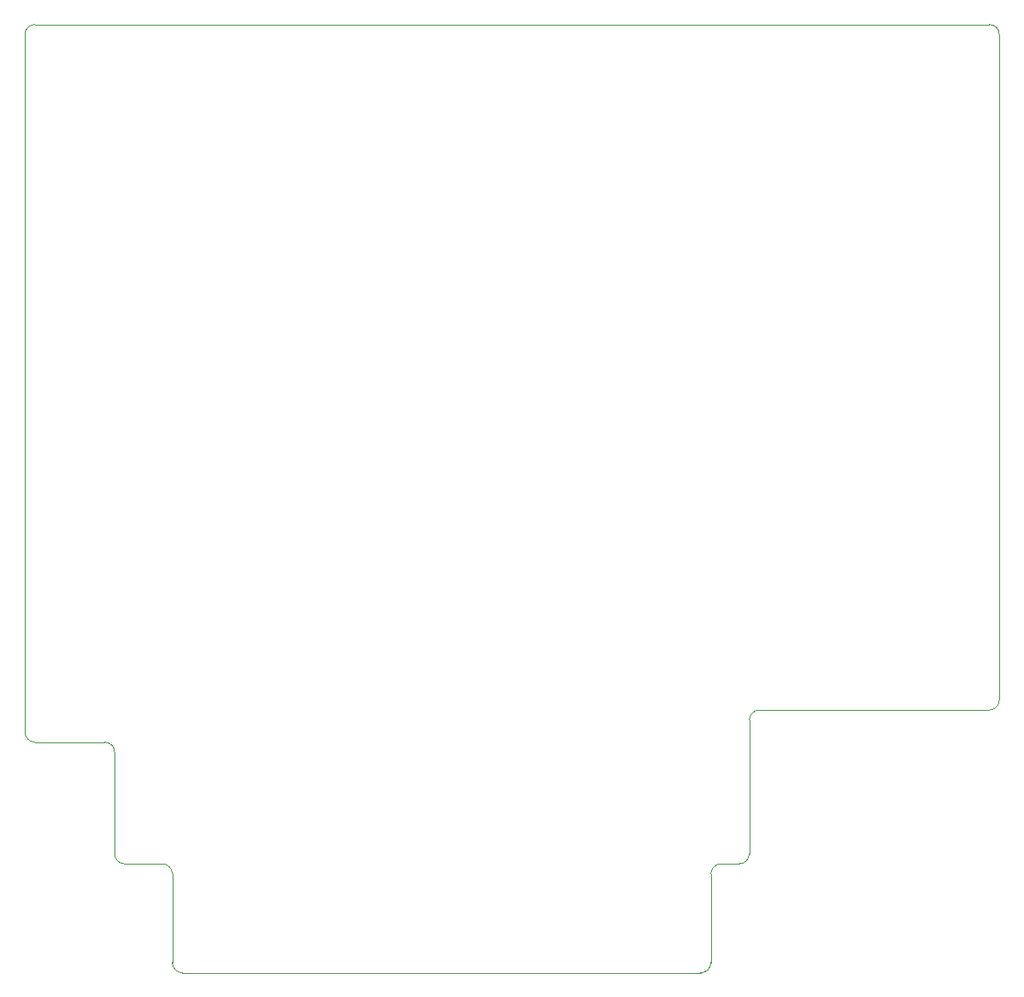
<source format=gbr>
%TF.GenerationSoftware,KiCad,Pcbnew,8.0.2*%
%TF.CreationDate,2025-01-27T08:13:52+01:00*%
%TF.ProjectId,sdcard-board,73646361-7264-42d6-926f-6172642e6b69,rev?*%
%TF.SameCoordinates,Original*%
%TF.FileFunction,Profile,NP*%
%FSLAX46Y46*%
G04 Gerber Fmt 4.6, Leading zero omitted, Abs format (unit mm)*
G04 Created by KiCad (PCBNEW 8.0.2) date 2025-01-27 08:13:52*
%MOMM*%
%LPD*%
G01*
G04 APERTURE LIST*
%TA.AperFunction,Profile*%
%ADD10C,0.100000*%
%TD*%
G04 APERTURE END LIST*
D10*
X42180000Y-137795000D02*
G75*
G02*
X43180000Y-138795000I0J-1000000D01*
G01*
X96520000Y-147590000D02*
G75*
G02*
X95520000Y-148590000I-1000000J0D01*
G01*
X28575000Y-55610000D02*
X28575000Y-124730000D01*
X96520000Y-138795000D02*
G75*
G02*
X97520000Y-137795000I1000000J0D01*
G01*
X28575000Y-55610000D02*
G75*
G02*
X29575000Y-54610000I1000000J0D01*
G01*
X124095000Y-54610000D02*
G75*
G02*
X125095000Y-55610000I0J-1000000D01*
G01*
X125095000Y-121555000D02*
G75*
G02*
X124095000Y-122555000I-1000000J0D01*
G01*
X125095000Y-121555000D02*
X125095000Y-55610000D01*
X36465000Y-125730000D02*
G75*
G02*
X37465000Y-126730000I0J-1000000D01*
G01*
X44180000Y-148590000D02*
X95520000Y-148590000D01*
X37465000Y-126730000D02*
X37465000Y-136795000D01*
X97520000Y-137795000D02*
X99330000Y-137795000D01*
X100330000Y-136795000D02*
G75*
G02*
X99330000Y-137795000I-1000000J0D01*
G01*
X101330000Y-122555000D02*
X124095000Y-122555000D01*
X29575000Y-125730000D02*
G75*
G02*
X28575000Y-124730000I0J1000000D01*
G01*
X44180000Y-148590000D02*
G75*
G02*
X43180000Y-147590000I0J1000000D01*
G01*
X96520000Y-147590000D02*
X96520000Y-138795000D01*
X100330000Y-123555000D02*
G75*
G02*
X101330000Y-122555000I1000000J0D01*
G01*
X43180000Y-138795000D02*
X43180000Y-147590000D01*
X38465000Y-137795000D02*
G75*
G02*
X37465000Y-136795000I0J1000000D01*
G01*
X100330000Y-136795000D02*
X100330000Y-123555000D01*
X29575000Y-125730000D02*
X36465000Y-125730000D01*
X38465000Y-137795000D02*
X42180000Y-137795000D01*
X124095000Y-54610000D02*
X29575000Y-54610000D01*
M02*

</source>
